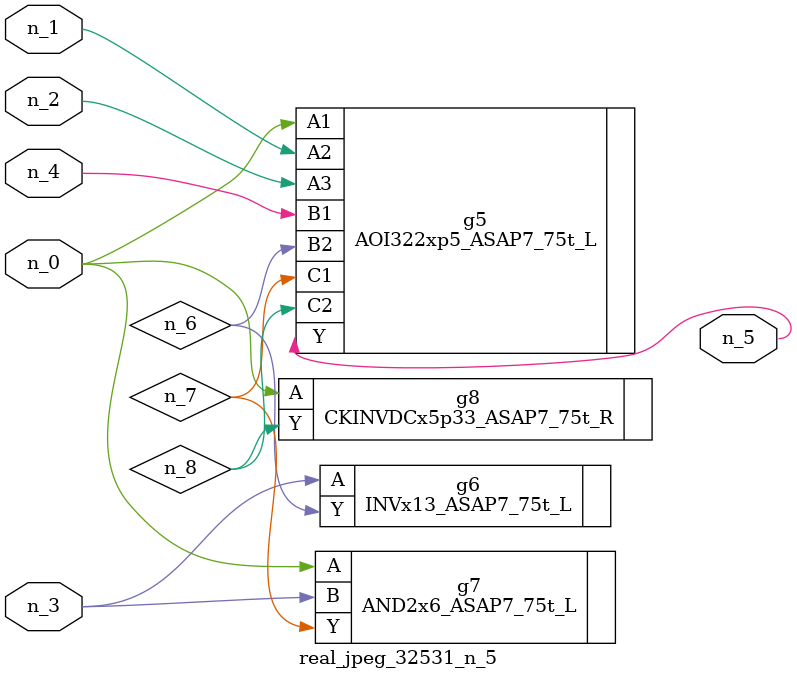
<source format=v>
module real_jpeg_32531_n_5 (n_4, n_0, n_1, n_2, n_3, n_5);

input n_4;
input n_0;
input n_1;
input n_2;
input n_3;

output n_5;

wire n_8;
wire n_6;
wire n_7;

AOI322xp5_ASAP7_75t_L g5 ( 
.A1(n_0),
.A2(n_1),
.A3(n_2),
.B1(n_4),
.B2(n_6),
.C1(n_7),
.C2(n_8),
.Y(n_5)
);

AND2x6_ASAP7_75t_L g7 ( 
.A(n_0),
.B(n_3),
.Y(n_7)
);

CKINVDCx5p33_ASAP7_75t_R g8 ( 
.A(n_0),
.Y(n_8)
);

INVx13_ASAP7_75t_L g6 ( 
.A(n_3),
.Y(n_6)
);


endmodule
</source>
